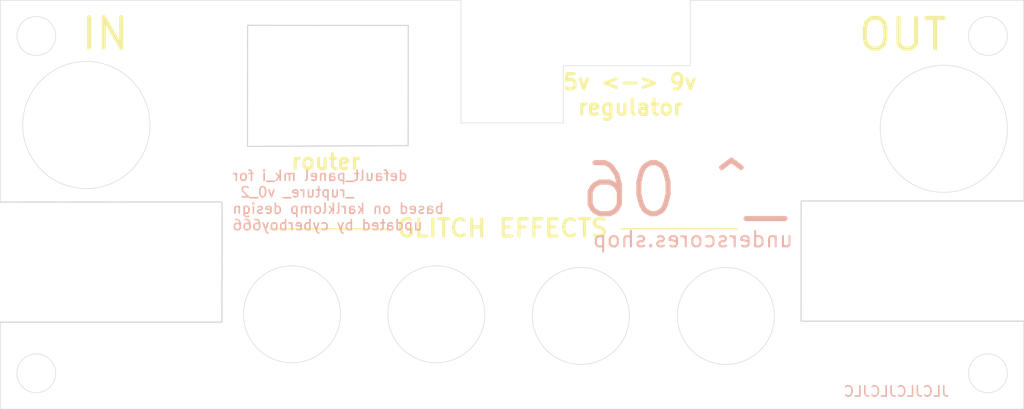
<source format=kicad_pcb>
(kicad_pcb (version 20211014) (generator pcbnew)

  (general
    (thickness 1.6)
  )

  (paper "A4")
  (title_block
    (title "_rupture_")
    (date "2022-02-22")
    (rev "v0_2")
    (company "updated by cyberboy666")
    (comment 1 "based on karlklomp design")
    (comment 2 "CC-BY-SA")
  )

  (layers
    (0 "F.Cu" signal)
    (31 "B.Cu" signal)
    (32 "B.Adhes" user "B.Adhesive")
    (33 "F.Adhes" user "F.Adhesive")
    (34 "B.Paste" user)
    (35 "F.Paste" user)
    (36 "B.SilkS" user "B.Silkscreen")
    (37 "F.SilkS" user "F.Silkscreen")
    (38 "B.Mask" user)
    (39 "F.Mask" user)
    (40 "Dwgs.User" user "User.Drawings")
    (41 "Cmts.User" user "User.Comments")
    (42 "Eco1.User" user "User.Eco1")
    (43 "Eco2.User" user "User.Eco2")
    (44 "Edge.Cuts" user)
    (45 "Margin" user)
    (46 "B.CrtYd" user "B.Courtyard")
    (47 "F.CrtYd" user "F.Courtyard")
    (48 "B.Fab" user)
    (49 "F.Fab" user)
  )

  (setup
    (pad_to_mask_clearance 0.051)
    (solder_mask_min_width 0.25)
    (pcbplotparams
      (layerselection 0x0001020_7ffffffe)
      (disableapertmacros false)
      (usegerberextensions false)
      (usegerberattributes false)
      (usegerberadvancedattributes false)
      (creategerberjobfile false)
      (svguseinch false)
      (svgprecision 6)
      (excludeedgelayer false)
      (plotframeref false)
      (viasonmask false)
      (mode 1)
      (useauxorigin false)
      (hpglpennumber 1)
      (hpglpenspeed 20)
      (hpglpendiameter 15.000000)
      (dxfpolygonmode true)
      (dxfimperialunits true)
      (dxfusepcbnewfont true)
      (psnegative false)
      (psa4output false)
      (plotreference true)
      (plotvalue false)
      (plotinvisibletext false)
      (sketchpadsonfab false)
      (subtractmaskfromsilk false)
      (outputformat 3)
      (mirror false)
      (drillshape 0)
      (scaleselection 1)
      (outputdirectory "./rupture_v0_2_default_panel_mk_i")
    )
  )

  (net 0 "")

  (gr_line (start 160.7 72.4) (end 172 72.4) (layer "F.SilkS") (width 0.2) (tstamp 1f1c10fe-b802-4b37-acd8-1ef21a5edb6d))
  (gr_line (start 126.4 72.4) (end 137.7 72.4) (layer "F.SilkS") (width 0.2) (tstamp 9830640f-1338-449e-abb7-4452e28bdc0a))
  (gr_line (start 100 90) (end 100 81.5) (layer "Edge.Cuts") (width 0.05) (tstamp 00000000-0000-0000-0000-00005f98c8c8))
  (gr_line (start 200 90) (end 100 90) (layer "Edge.Cuts") (width 0.05) (tstamp 00000000-0000-0000-0000-00005f992240))
  (gr_circle (center 108.39 62.210359) (end 113.291425 66.040359) (layer "Edge.Cuts") (width 0.05) (fill none) (tstamp 00000000-0000-0000-0000-00006216a417))
  (gr_circle (center 170.889771 80.89) (end 173.143851 85.06) (layer "Edge.Cuts") (width 0.05) (fill none) (tstamp 00000000-0000-0000-0000-000062170556))
  (gr_circle (center 142.589771 80.73) (end 144.843851 84.9) (layer "Edge.Cuts") (width 0.05) (fill none) (tstamp 00000000-0000-0000-0000-000062170558))
  (gr_circle (center 128.479771 80.73) (end 130.733851 84.9) (layer "Edge.Cuts") (width 0.05) (fill none) (tstamp 00000000-0000-0000-0000-00006217055a))
  (gr_line (start 124.14 64.3) (end 124.15 52.45) (layer "Edge.Cuts") (width 0.1) (tstamp 00000000-0000-0000-0000-000062170988))
  (gr_line (start 100 69.75) (end 115.05 69.74) (layer "Edge.Cuts") (width 0.1) (tstamp 00000000-0000-0000-0000-000062170990))
  (gr_line (start 106.14 81.5) (end 100 81.5) (layer "Edge.Cuts") (width 0.1) (tstamp 00000000-0000-0000-0000-000062170993))
  (gr_line (start 121.64 81.5) (end 106.14 81.5) (layer "Edge.Cuts") (width 0.1) (tstamp 00000000-0000-0000-0000-0000621709aa))
  (gr_line (start 121.65 69.74) (end 121.64 81.5) (layer "Edge.Cuts") (width 0.1) (tstamp 00000000-0000-0000-0000-0000621709ab))
  (gr_line (start 115.05 69.74) (end 121.65 69.74) (layer "Edge.Cuts") (width 0.1) (tstamp 00000000-0000-0000-0000-0000621709ac))
  (gr_line (start 193.53 81.4) (end 178.24 81.4) (layer "Edge.Cuts") (width 0.1) (tstamp 00000000-0000-0000-0000-0000621709b3))
  (gr_line (start 178.25 69.64) (end 193.54 69.64) (layer "Edge.Cuts") (width 0.1) (tstamp 00000000-0000-0000-0000-0000621709b4))
  (gr_line (start 178.24 81.4) (end 178.25 69.64) (layer "Edge.Cuts") (width 0.1) (tstamp 00000000-0000-0000-0000-0000621709b5))
  (gr_line (start 200 81.4) (end 193.53 81.4) (layer "Edge.Cuts") (width 0.1) (tstamp 00000000-0000-0000-0000-0000621709c2))
  (gr_line (start 193.54 69.64) (end 200 69.64) (layer "Edge.Cuts") (width 0.1) (tstamp 00000000-0000-0000-0000-0000621709c3))
  (gr_line (start 155 62) (end 155 56.4) (layer "Edge.Cuts") (width 0.05) (tstamp 0ed2813d-ab5e-498f-b00b-b072b91a8911))
  (gr_circle (center 156.71592 80.89) (end 158.97 85.06) (layer "Edge.Cuts") (width 0.05) (fill none) (tstamp 1df2ef64-9b2f-4c04-a64d-35583c95f01a))
  (gr_line (start 167.4 56.4) (end 167.4 50) (layer "Edge.Cuts") (width 0.05) (tstamp 2f4c673a-4ed8-4bc4-85bd-ea4e59b33318))
  (gr_line (start 155 56.4) (end 167.4 56.4) (layer "Edge.Cuts") (width 0.05) (tstamp 33791771-085b-453e-a681-23dc4538391b))
  (gr_line (start 167.4 50) (end 167.5 50) (layer "Edge.Cuts") (width 0.05) (tstamp 41a1bd01-a30d-475b-925a-8128a6e77b40))
  (gr_line (start 167.5 50) (end 200 50) (layer "Edge.Cuts") (width 0.05) (tstamp 47c37c11-af8b-485d-af88-374bd5d01b15))
  (gr_line (start 139.85 52.46) (end 139.84 64.22) (layer "Edge.Cuts") (width 0.1) (tstamp 807bfcca-b396-4263-91d5-a23e4d1a081a))
  (gr_circle (center 192.188575 62.58) (end 197.09 66.41) (layer "Edge.Cuts") (width 0.05) (fill none) (tstamp 9777de80-8e8b-40f4-8822-1093e36c38bc))
  (gr_line (start 200 81.4) (end 200 90) (layer "Edge.Cuts") (width 0.05) (tstamp a5a98ae0-17e2-4f37-a400-0b94bc4be575))
  (gr_circle (center 196.5 86.5) (end 198.4 86.5) (layer "Edge.Cuts") (width 0.05) (fill none) (tstamp b3663cf6-3ad3-4e1f-9bc1-bdffaaf6d706))
  (gr_line (start 100 50) (end 145 50) (layer "Edge.Cuts") (width 0.05) (tstamp b3982a18-5f88-4e24-bf46-555bdb0a1be8))
  (gr_circle (center 103.5 86.5) (end 105.4 86.5) (layer "Edge.Cuts") (width 0.05) (fill none) (tstamp b7ed2234-a940-4d91-9f54-9c4403d62b46))
  (gr_line (start 100 69.75) (end 100 50) (layer "Edge.Cuts") (width 0.05) (tstamp d2fdae80-cdf8-45aa-bae9-b8c823a7f08f))
  (gr_line (start 145 62) (end 145 50) (layer "Edge.Cuts") (width 0.05) (tstamp d70627d4-307e-4971-b030-528c06f6b030))
  (gr_line (start 139.84 64.22) (end 124.14 64.3) (layer "Edge.Cuts") (width 0.1) (tstamp dc5694f5-559c-44fa-a029-6de8559a2683))
  (gr_circle (center 196.5 53.5) (end 198.4 53.5) (layer "Edge.Cuts") (width 0.05) (fill none) (tstamp ee3f0ef1-e95b-4e2f-b49f-759c638adccc))
  (gr_line (start 155 62) (end 145 62) (layer "Edge.Cuts") (width 0.05) (tstamp f7029bf4-a88f-4e3f-b13b-07d90787c62f))
  (gr_line (start 124.15 52.45) (end 139.85 52.46) (layer "Edge.Cuts") (width 0.1) (tstamp fc3cb2c3-855e-4557-9b4b-ba765112b53b))
  (gr_line (start 200 50) (end 200 69.64) (layer "Edge.Cuts") (width 0.05) (tstamp fd1ad8ca-2fd8-4536-b964-7c206f0b4def))
  (gr_circle (center 103.5 53.5) (end 105.4 53.5) (layer "Edge.Cuts") (width 0.05) (fill none) (tstamp fe1b9e13-b277-44d0-8a2b-26a510fca7ec))
  (gr_text "_^ 06" (at 177 68.6) (layer "B.SilkS") (tstamp 00000000-0000-0000-0000-0000605d6ac9)
    (effects (font (size 5 5) (thickness 0.5)) (justify left mirror))
  )
  (gr_text "default_panel mk_i for\n_rupture_ v0_2 \nbased on karlklomp design\nupdated by cyberboy666" (at 122.57 69.58) (layer "B.SilkS") (tstamp 0320ca39-d507-4f27-95fb-d8d531dc2835)
    (effects (font (size 1 1) (thickness 0.15)) (justify right mirror))
  )
  (gr_text "JLCJLCJLCJLC" (at 187.56 88.27) (layer "B.SilkS") (tstamp 23dd6d50-63e5-4f88-baab-e34d39d15ddd)
    (effects (font (size 1 1) (thickness 0.15)) (justify mirror))
  )
  (gr_text "underscores.shop" (at 177.6 73.4) (layer "B.SilkS") (tstamp 864569f8-0d5f-419a-bc7f-ed1ee6cd09e2)
    (effects (font (size 1.5 1.5) (thickness 0.2)) (justify left mirror))
  )
  (gr_text "IN" (at 110.23 53.28) (layer "F.SilkS") (tstamp 00000000-0000-0000-0000-000060c9c5f0)
    (effects (font (size 3 3) (thickness 0.4)))
  )
  (gr_text "regulator" (at 161.55 60.48) (layer "F.SilkS") (tstamp 00000000-0000-0000-0000-000060c9c627)
    (effects (font (size 1.5 1.5) (thickness 0.3)))
  )
  (gr_text "router" (at 131.8 65.79) (layer "F.SilkS") (tstamp 00000000-0000-0000-0000-000060c9ce97)
    (effects (font (size 1.5 1.5) (thickness 0.3)))
  )
  (gr_text "OUT" (at 188.19 53.36) (layer "F.SilkS") (tstamp 00000000-0000-0000-0000-000062170a06)
    (effects (font (size 3 3) (thickness 0.4)))
  )
  (gr_text "5v <-> 9v" (at 161.5 58) (layer "F.SilkS") (tstamp d703225b-7360-4fad-9e82-8d882b0c966a)
    (effects (font (size 1.5 1.5) (thickness 0.3)))
  )
  (gr_text "GLITCH EFFECTS" (at 149.05 72.3) (layer "F.SilkS") (tstamp d9eae084-f32b-4319-a036-f87fdb46fd2e)
    (effects (font (size 1.7 1.7) (thickness 0.3)))
  )

)

</source>
